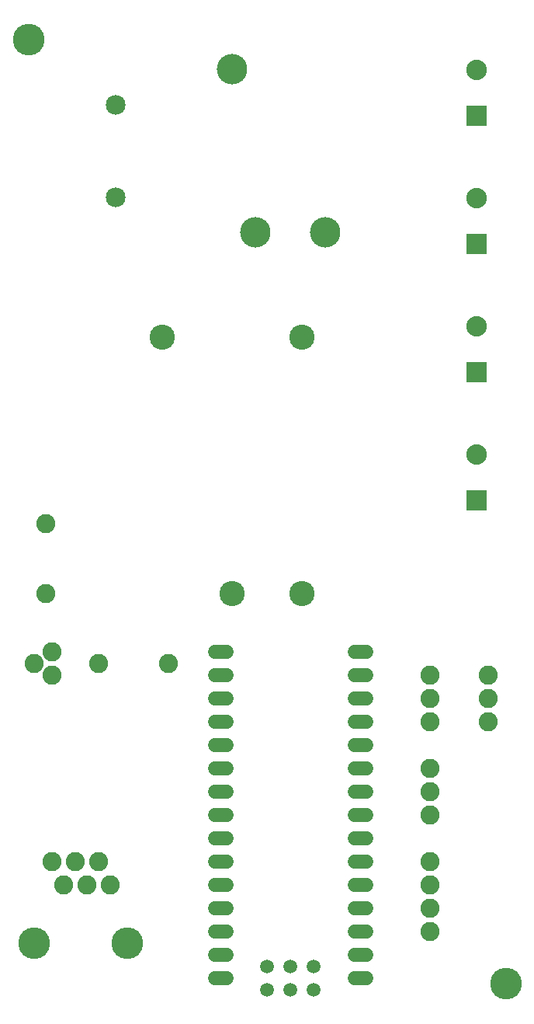
<source format=gbr>
G04 EAGLE Gerber RS-274X export*
G75*
%MOMM*%
%FSLAX34Y34*%
%LPD*%
%INSoldermask Top*%
%IPPOS*%
%AMOC8*
5,1,8,0,0,1.08239X$1,22.5*%
G01*
%ADD10C,3.454400*%
%ADD11C,2.082800*%
%ADD12R,2.235200X2.235200*%
%ADD13C,2.235200*%
%ADD14C,3.319200*%
%ADD15C,2.159000*%
%ADD16C,2.743200*%
%ADD17C,1.511200*%
%ADD18C,1.511200*%


D10*
X552450Y31750D03*
X31750Y1060450D03*
D11*
X50800Y533400D03*
X50800Y457200D03*
X57150Y165100D03*
X69850Y139700D03*
X82550Y165100D03*
X95250Y139700D03*
X107950Y165100D03*
X120650Y139700D03*
D10*
X38100Y76200D03*
X139700Y76200D03*
D12*
X520700Y977900D03*
D13*
X520700Y1027900D03*
D11*
X469900Y215900D03*
X469900Y241300D03*
X469900Y266700D03*
X469900Y88900D03*
X469900Y114300D03*
X469900Y139700D03*
X469900Y165100D03*
X469900Y368300D03*
X469900Y342900D03*
X469900Y317500D03*
X533400Y368300D03*
X533400Y342900D03*
X533400Y317500D03*
D12*
X520700Y838200D03*
D13*
X520700Y888200D03*
D12*
X520700Y698500D03*
D13*
X520700Y748500D03*
D12*
X520700Y558800D03*
D13*
X520700Y608800D03*
D14*
X355600Y850900D03*
X279400Y850900D03*
X254000Y1028700D03*
D15*
X127000Y989900D03*
X127000Y889000D03*
D16*
X254000Y457200D03*
X330200Y457200D03*
X330200Y736600D03*
X177800Y736600D03*
D11*
X57150Y368300D03*
X38100Y381000D03*
X57150Y393700D03*
X184150Y381000D03*
X107950Y381000D03*
D17*
X387160Y38100D02*
X400240Y38100D01*
X400240Y63500D02*
X387160Y63500D01*
X387160Y88900D02*
X400240Y88900D01*
X400240Y114300D02*
X387160Y114300D01*
X387160Y139700D02*
X400240Y139700D01*
X400240Y165100D02*
X387160Y165100D01*
X387160Y190500D02*
X400240Y190500D01*
X400240Y215900D02*
X387160Y215900D01*
X387160Y241300D02*
X400240Y241300D01*
X400240Y266700D02*
X387160Y266700D01*
X387160Y292100D02*
X400240Y292100D01*
X400240Y317500D02*
X387160Y317500D01*
X247840Y38100D02*
X234760Y38100D01*
X234760Y63500D02*
X247840Y63500D01*
X247840Y88900D02*
X234760Y88900D01*
X234760Y241300D02*
X247840Y241300D01*
X247840Y266700D02*
X234760Y266700D01*
X234760Y292100D02*
X247840Y292100D01*
X247840Y317500D02*
X234760Y317500D01*
X234760Y393700D02*
X247840Y393700D01*
X387160Y393700D02*
X400240Y393700D01*
X400240Y368300D02*
X387160Y368300D01*
X387160Y342900D02*
X400240Y342900D01*
X247840Y368300D02*
X234760Y368300D01*
X234760Y342900D02*
X247840Y342900D01*
X247840Y114300D02*
X234760Y114300D01*
D18*
X292100Y50800D03*
X317500Y50800D03*
X342900Y50800D03*
D17*
X247840Y215900D02*
X234760Y215900D01*
X234760Y190500D02*
X247840Y190500D01*
X247840Y165100D02*
X234760Y165100D01*
X234760Y139700D02*
X247840Y139700D01*
D18*
X292100Y25400D03*
X317500Y25400D03*
X342900Y25400D03*
M02*

</source>
